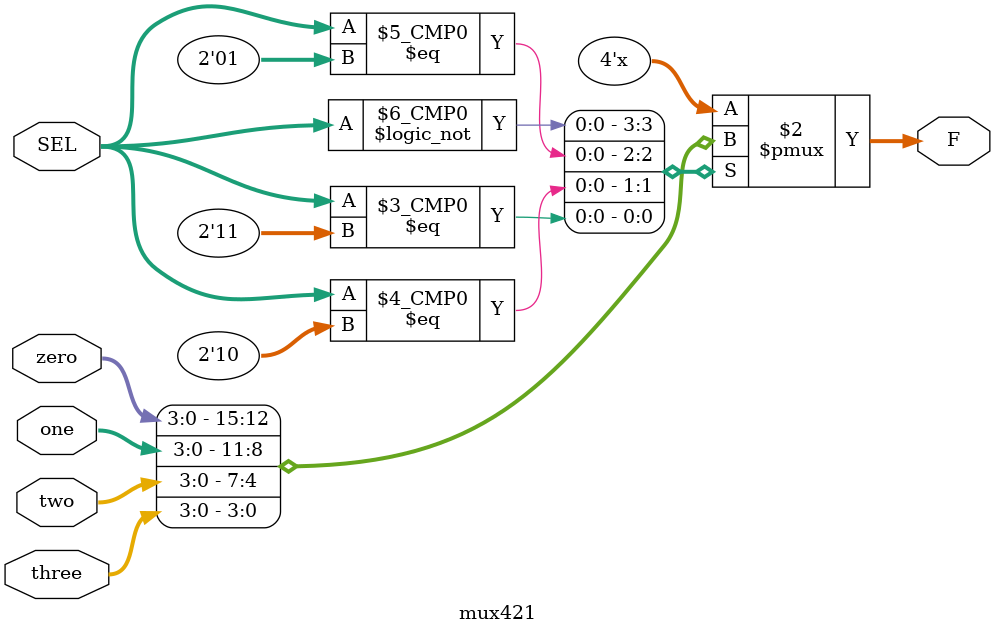
<source format=sv>
`timescale 1ns / 1ps


module mux421 # (parameter WIDTH = 4) (
    input [WIDTH-1:0] zero,
    input [WIDTH-1:0] one,
    input [WIDTH-1:0] two,
    input [WIDTH-1:0] three,
    input [1:0] SEL,
    output logic [WIDTH-1:0] F
    );
    
    always_comb
    begin
        case(SEL)
            2'b00: F = zero;
            2'b01: F = one;
            2'b10: F = two;
            2'b11: F = three;
            default: F = zero;
        endcase
    end
endmodule
</source>
